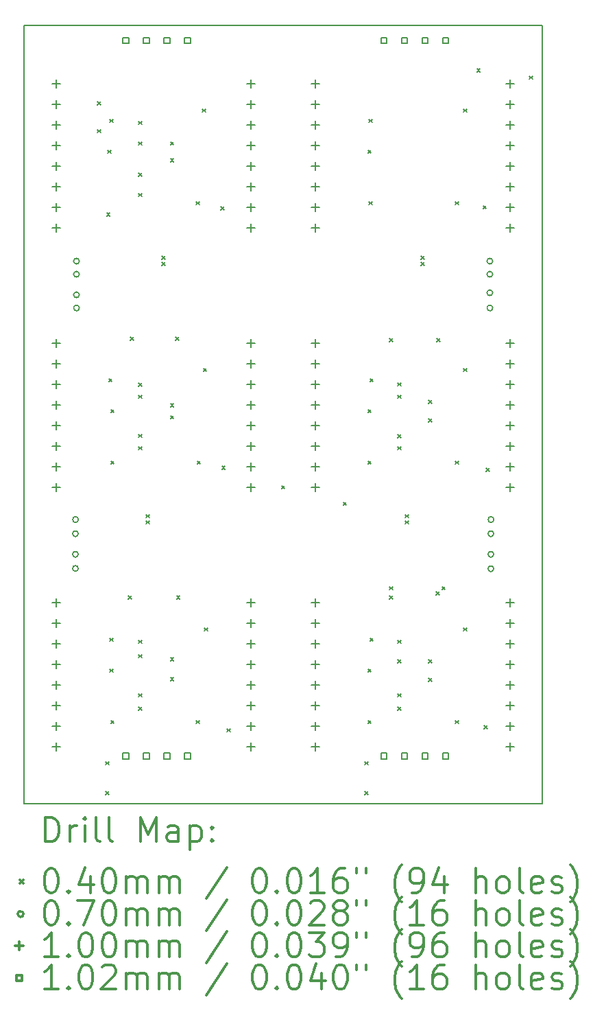
<source format=gbr>
%FSLAX45Y45*%
G04 Gerber Fmt 4.5, Leading zero omitted, Abs format (unit mm)*
G04 Created by KiCad (PCBNEW 4.0.2-1.fc23-product) date pon, 8 sie 2016, 18:37:40*
%MOMM*%
G01*
G04 APERTURE LIST*
%ADD10C,0.127000*%
%ADD11C,0.150000*%
%ADD12C,0.200000*%
%ADD13C,0.300000*%
G04 APERTURE END LIST*
D10*
D11*
X10731500Y-3600450D02*
X10731500Y-13201650D01*
X17132300Y-3600450D02*
X10731500Y-3600450D01*
X17132300Y-13201650D02*
X17132300Y-3600450D01*
X10731500Y-13201650D02*
X17132300Y-13201650D01*
D12*
X11638600Y-4545650D02*
X11678600Y-4585650D01*
X11678600Y-4545650D02*
X11638600Y-4585650D01*
X11638600Y-4888550D02*
X11678600Y-4928550D01*
X11678600Y-4888550D02*
X11638600Y-4928550D01*
X11740200Y-12686350D02*
X11780200Y-12726350D01*
X11780200Y-12686350D02*
X11740200Y-12726350D01*
X11740200Y-13054650D02*
X11780200Y-13094650D01*
X11780200Y-13054650D02*
X11740200Y-13094650D01*
X11752900Y-5917250D02*
X11792900Y-5957250D01*
X11792900Y-5917250D02*
X11752900Y-5957250D01*
X11765600Y-5142550D02*
X11805600Y-5182550D01*
X11805600Y-5142550D02*
X11765600Y-5182550D01*
X11778300Y-7961950D02*
X11818300Y-8001950D01*
X11818300Y-7961950D02*
X11778300Y-8001950D01*
X11791000Y-4761550D02*
X11831000Y-4801550D01*
X11831000Y-4761550D02*
X11791000Y-4801550D01*
X11791000Y-11162350D02*
X11831000Y-11202350D01*
X11831000Y-11162350D02*
X11791000Y-11202350D01*
X11791000Y-11543350D02*
X11831000Y-11583350D01*
X11831000Y-11543350D02*
X11791000Y-11583350D01*
X11803700Y-8342950D02*
X11843700Y-8382950D01*
X11843700Y-8342950D02*
X11803700Y-8382950D01*
X11803700Y-8977950D02*
X11843700Y-9017950D01*
X11843700Y-8977950D02*
X11803700Y-9017950D01*
X11803700Y-12178350D02*
X11843700Y-12218350D01*
X11843700Y-12178350D02*
X11803700Y-12218350D01*
X12019600Y-10639589D02*
X12059600Y-10679589D01*
X12059600Y-10639589D02*
X12019600Y-10679589D01*
X12045000Y-7451889D02*
X12085000Y-7491889D01*
X12085000Y-7451889D02*
X12045000Y-7491889D01*
X12146600Y-4786950D02*
X12186600Y-4826950D01*
X12186600Y-4786950D02*
X12146600Y-4826950D01*
X12146600Y-5040950D02*
X12186600Y-5080950D01*
X12186600Y-5040950D02*
X12146600Y-5080950D01*
X12146600Y-5428300D02*
X12186600Y-5468300D01*
X12186600Y-5428300D02*
X12146600Y-5468300D01*
X12146600Y-5675950D02*
X12186600Y-5715950D01*
X12186600Y-5675950D02*
X12146600Y-5715950D01*
X12146600Y-8013229D02*
X12186600Y-8053229D01*
X12186600Y-8013229D02*
X12146600Y-8053229D01*
X12146600Y-8165150D02*
X12186600Y-8205150D01*
X12186600Y-8165150D02*
X12146600Y-8205150D01*
X12146600Y-8647750D02*
X12186600Y-8687750D01*
X12186600Y-8647750D02*
X12146600Y-8687750D01*
X12146600Y-8800150D02*
X12186600Y-8840150D01*
X12186600Y-8800150D02*
X12146600Y-8840150D01*
X12146600Y-11187750D02*
X12186600Y-11227750D01*
X12186600Y-11187750D02*
X12146600Y-11227750D01*
X12146600Y-11365550D02*
X12186600Y-11405550D01*
X12186600Y-11365550D02*
X12146600Y-11405550D01*
X12146600Y-11848150D02*
X12186600Y-11888150D01*
X12186600Y-11848150D02*
X12146600Y-11888150D01*
X12146600Y-12013250D02*
X12186600Y-12053250D01*
X12186600Y-12013250D02*
X12146600Y-12053250D01*
X12242100Y-9638350D02*
X12282100Y-9678350D01*
X12282100Y-9638350D02*
X12242100Y-9678350D01*
X12242100Y-9714550D02*
X12282100Y-9754550D01*
X12282100Y-9714550D02*
X12242100Y-9754550D01*
X12432100Y-6450650D02*
X12472100Y-6490650D01*
X12472100Y-6450650D02*
X12432100Y-6490650D01*
X12432100Y-6526850D02*
X12472100Y-6566850D01*
X12472100Y-6526850D02*
X12432100Y-6566850D01*
X12540300Y-5040950D02*
X12580300Y-5080950D01*
X12580300Y-5040950D02*
X12540300Y-5080950D01*
X12540300Y-5250500D02*
X12580300Y-5290500D01*
X12580300Y-5250500D02*
X12540300Y-5290500D01*
X12540300Y-8267229D02*
X12580300Y-8307229D01*
X12580300Y-8267229D02*
X12540300Y-8307229D01*
X12540300Y-8418671D02*
X12580300Y-8458671D01*
X12580300Y-8418671D02*
X12540300Y-8458671D01*
X12540300Y-11403650D02*
X12580300Y-11443650D01*
X12580300Y-11403650D02*
X12540300Y-11443650D01*
X12540300Y-11651300D02*
X12580300Y-11691300D01*
X12580300Y-11651300D02*
X12540300Y-11691300D01*
X12605861Y-7451889D02*
X12645861Y-7491889D01*
X12645861Y-7451889D02*
X12605861Y-7491889D01*
X12616500Y-10639589D02*
X12656500Y-10679589D01*
X12656500Y-10639589D02*
X12616500Y-10679589D01*
X12857800Y-5777550D02*
X12897800Y-5817550D01*
X12897800Y-5777550D02*
X12857800Y-5817550D01*
X12857800Y-12178350D02*
X12897800Y-12218350D01*
X12897800Y-12178350D02*
X12857800Y-12218350D01*
X12870500Y-8977950D02*
X12910500Y-9017950D01*
X12910500Y-8977950D02*
X12870500Y-9017950D01*
X12934000Y-4634550D02*
X12974000Y-4674550D01*
X12974000Y-4634550D02*
X12934000Y-4674550D01*
X12946700Y-7834950D02*
X12986700Y-7874950D01*
X12986700Y-7834950D02*
X12946700Y-7874950D01*
X12959400Y-11035350D02*
X12999400Y-11075350D01*
X12999400Y-11035350D02*
X12959400Y-11075350D01*
X13162600Y-5841050D02*
X13202600Y-5881050D01*
X13202600Y-5841050D02*
X13162600Y-5881050D01*
X13175300Y-9041450D02*
X13215300Y-9081450D01*
X13215300Y-9041450D02*
X13175300Y-9081450D01*
X13238800Y-12279950D02*
X13278800Y-12319950D01*
X13278800Y-12279950D02*
X13238800Y-12319950D01*
X13911900Y-9282750D02*
X13951900Y-9322750D01*
X13951900Y-9282750D02*
X13911900Y-9322750D01*
X14673900Y-9485950D02*
X14713900Y-9525950D01*
X14713900Y-9485950D02*
X14673900Y-9525950D01*
X14940600Y-12686350D02*
X14980600Y-12726350D01*
X14980600Y-12686350D02*
X14940600Y-12726350D01*
X14940600Y-13054650D02*
X14980600Y-13094650D01*
X14980600Y-13054650D02*
X14940600Y-13094650D01*
X14978700Y-5142550D02*
X15018700Y-5182550D01*
X15018700Y-5142550D02*
X14978700Y-5182550D01*
X14978700Y-8342950D02*
X15018700Y-8382950D01*
X15018700Y-8342950D02*
X14978700Y-8382950D01*
X14978700Y-8977950D02*
X15018700Y-9017950D01*
X15018700Y-8977950D02*
X14978700Y-9017950D01*
X14978700Y-11543350D02*
X15018700Y-11583350D01*
X15018700Y-11543350D02*
X14978700Y-11583350D01*
X14978700Y-12178350D02*
X15018700Y-12218350D01*
X15018700Y-12178350D02*
X14978700Y-12218350D01*
X14991400Y-4761550D02*
X15031400Y-4801550D01*
X15031400Y-4761550D02*
X14991400Y-4801550D01*
X14991400Y-5777550D02*
X15031400Y-5817550D01*
X15031400Y-5777550D02*
X14991400Y-5817550D01*
X15004100Y-7961950D02*
X15044100Y-8001950D01*
X15044100Y-7961950D02*
X15004100Y-8001950D01*
X15004100Y-11162350D02*
X15044100Y-11202350D01*
X15044100Y-11162350D02*
X15004100Y-11202350D01*
X15245400Y-7466650D02*
X15285400Y-7506650D01*
X15285400Y-7466650D02*
X15245400Y-7506650D01*
X15245400Y-10527350D02*
X15285400Y-10567350D01*
X15285400Y-10527350D02*
X15245400Y-10567350D01*
X15245400Y-10639589D02*
X15285400Y-10679589D01*
X15285400Y-10639589D02*
X15245400Y-10679589D01*
X15347000Y-8012750D02*
X15387000Y-8052750D01*
X15387000Y-8012750D02*
X15347000Y-8052750D01*
X15347000Y-8164671D02*
X15387000Y-8204671D01*
X15387000Y-8164671D02*
X15347000Y-8204671D01*
X15347000Y-8648229D02*
X15387000Y-8688229D01*
X15387000Y-8648229D02*
X15347000Y-8688229D01*
X15347000Y-8799671D02*
X15387000Y-8839671D01*
X15387000Y-8799671D02*
X15347000Y-8839671D01*
X15347000Y-11187211D02*
X15387000Y-11227211D01*
X15387000Y-11187211D02*
X15347000Y-11227211D01*
X15347000Y-11429050D02*
X15387000Y-11469050D01*
X15387000Y-11429050D02*
X15347000Y-11469050D01*
X15347000Y-11848150D02*
X15387000Y-11888150D01*
X15387000Y-11848150D02*
X15347000Y-11888150D01*
X15347000Y-12013250D02*
X15387000Y-12053250D01*
X15387000Y-12013250D02*
X15347000Y-12053250D01*
X15442500Y-9638350D02*
X15482500Y-9678350D01*
X15482500Y-9638350D02*
X15442500Y-9678350D01*
X15442500Y-9714550D02*
X15482500Y-9754550D01*
X15482500Y-9714550D02*
X15442500Y-9754550D01*
X15632500Y-6450650D02*
X15672500Y-6490650D01*
X15672500Y-6450650D02*
X15632500Y-6490650D01*
X15632500Y-6526850D02*
X15672500Y-6566850D01*
X15672500Y-6526850D02*
X15632500Y-6566850D01*
X15728000Y-8228650D02*
X15768000Y-8268650D01*
X15768000Y-8228650D02*
X15728000Y-8268650D01*
X15728000Y-8453689D02*
X15768000Y-8493689D01*
X15768000Y-8453689D02*
X15728000Y-8493689D01*
X15728000Y-11429050D02*
X15768000Y-11469050D01*
X15768000Y-11429050D02*
X15728000Y-11469050D01*
X15728000Y-11654089D02*
X15768000Y-11694089D01*
X15768000Y-11654089D02*
X15728000Y-11694089D01*
X15823250Y-10592911D02*
X15863250Y-10632911D01*
X15863250Y-10592911D02*
X15823250Y-10632911D01*
X15829600Y-7466650D02*
X15869600Y-7506650D01*
X15869600Y-7466650D02*
X15829600Y-7506650D01*
X15893100Y-10527350D02*
X15933100Y-10567350D01*
X15933100Y-10527350D02*
X15893100Y-10567350D01*
X16058200Y-5777550D02*
X16098200Y-5817550D01*
X16098200Y-5777550D02*
X16058200Y-5817550D01*
X16058200Y-8977950D02*
X16098200Y-9017950D01*
X16098200Y-8977950D02*
X16058200Y-9017950D01*
X16058200Y-12178350D02*
X16098200Y-12218350D01*
X16098200Y-12178350D02*
X16058200Y-12218350D01*
X16159800Y-4634550D02*
X16199800Y-4674550D01*
X16199800Y-4634550D02*
X16159800Y-4674550D01*
X16159800Y-7834950D02*
X16199800Y-7874950D01*
X16199800Y-7834950D02*
X16159800Y-7874950D01*
X16159800Y-11035350D02*
X16199800Y-11075350D01*
X16199800Y-11035350D02*
X16159800Y-11075350D01*
X16324900Y-4139250D02*
X16364900Y-4179250D01*
X16364900Y-4139250D02*
X16324900Y-4179250D01*
X16401100Y-5828350D02*
X16441100Y-5868350D01*
X16441100Y-5828350D02*
X16401100Y-5868350D01*
X16413800Y-12241850D02*
X16453800Y-12281850D01*
X16453800Y-12241850D02*
X16413800Y-12281850D01*
X16439200Y-9066850D02*
X16479200Y-9106850D01*
X16479200Y-9066850D02*
X16439200Y-9106850D01*
X16972600Y-4228150D02*
X17012600Y-4268150D01*
X17012600Y-4228150D02*
X16972600Y-4268150D01*
X11401500Y-9699650D02*
G75*
G03X11401500Y-9699650I-35000J0D01*
G01*
X11401500Y-9874250D02*
G75*
G03X11401500Y-9874250I-35000J0D01*
G01*
X11401500Y-10128250D02*
G75*
G03X11401500Y-10128250I-35000J0D01*
G01*
X11401500Y-10302850D02*
G75*
G03X11401500Y-10302850I-35000J0D01*
G01*
X11414200Y-6511950D02*
G75*
G03X11414200Y-6511950I-35000J0D01*
G01*
X11414200Y-6673850D02*
G75*
G03X11414200Y-6673850I-35000J0D01*
G01*
X11414200Y-6927850D02*
G75*
G03X11414200Y-6927850I-35000J0D01*
G01*
X11414200Y-7089750D02*
G75*
G03X11414200Y-7089750I-35000J0D01*
G01*
X16519600Y-6511950D02*
G75*
G03X16519600Y-6511950I-35000J0D01*
G01*
X16519600Y-6673850D02*
G75*
G03X16519600Y-6673850I-35000J0D01*
G01*
X16519600Y-6902450D02*
G75*
G03X16519600Y-6902450I-35000J0D01*
G01*
X16519600Y-7089750D02*
G75*
G03X16519600Y-7089750I-35000J0D01*
G01*
X16532300Y-9699650D02*
G75*
G03X16532300Y-9699650I-35000J0D01*
G01*
X16532300Y-9874250D02*
G75*
G03X16532300Y-9874250I-35000J0D01*
G01*
X16532300Y-10128250D02*
G75*
G03X16532300Y-10128250I-35000J0D01*
G01*
X16532300Y-10306050D02*
G75*
G03X16532300Y-10306050I-35000J0D01*
G01*
X11131900Y-4272850D02*
X11131900Y-4372850D01*
X11081900Y-4322850D02*
X11181900Y-4322850D01*
X11131900Y-4526850D02*
X11131900Y-4626850D01*
X11081900Y-4576850D02*
X11181900Y-4576850D01*
X11131900Y-4780850D02*
X11131900Y-4880850D01*
X11081900Y-4830850D02*
X11181900Y-4830850D01*
X11131900Y-5034850D02*
X11131900Y-5134850D01*
X11081900Y-5084850D02*
X11181900Y-5084850D01*
X11131900Y-5288850D02*
X11131900Y-5388850D01*
X11081900Y-5338850D02*
X11181900Y-5338850D01*
X11131900Y-5542850D02*
X11131900Y-5642850D01*
X11081900Y-5592850D02*
X11181900Y-5592850D01*
X11131900Y-5796850D02*
X11131900Y-5896850D01*
X11081900Y-5846850D02*
X11181900Y-5846850D01*
X11131900Y-6050850D02*
X11131900Y-6150850D01*
X11081900Y-6100850D02*
X11181900Y-6100850D01*
X11131900Y-7473250D02*
X11131900Y-7573250D01*
X11081900Y-7523250D02*
X11181900Y-7523250D01*
X11131900Y-7727250D02*
X11131900Y-7827250D01*
X11081900Y-7777250D02*
X11181900Y-7777250D01*
X11131900Y-7981250D02*
X11131900Y-8081250D01*
X11081900Y-8031250D02*
X11181900Y-8031250D01*
X11131900Y-8235250D02*
X11131900Y-8335250D01*
X11081900Y-8285250D02*
X11181900Y-8285250D01*
X11131900Y-8489250D02*
X11131900Y-8589250D01*
X11081900Y-8539250D02*
X11181900Y-8539250D01*
X11131900Y-8743250D02*
X11131900Y-8843250D01*
X11081900Y-8793250D02*
X11181900Y-8793250D01*
X11131900Y-8997250D02*
X11131900Y-9097250D01*
X11081900Y-9047250D02*
X11181900Y-9047250D01*
X11131900Y-9251250D02*
X11131900Y-9351250D01*
X11081900Y-9301250D02*
X11181900Y-9301250D01*
X11131900Y-10673650D02*
X11131900Y-10773650D01*
X11081900Y-10723650D02*
X11181900Y-10723650D01*
X11131900Y-10927650D02*
X11131900Y-11027650D01*
X11081900Y-10977650D02*
X11181900Y-10977650D01*
X11131900Y-11181650D02*
X11131900Y-11281650D01*
X11081900Y-11231650D02*
X11181900Y-11231650D01*
X11131900Y-11435650D02*
X11131900Y-11535650D01*
X11081900Y-11485650D02*
X11181900Y-11485650D01*
X11131900Y-11689650D02*
X11131900Y-11789650D01*
X11081900Y-11739650D02*
X11181900Y-11739650D01*
X11131900Y-11943650D02*
X11131900Y-12043650D01*
X11081900Y-11993650D02*
X11181900Y-11993650D01*
X11131900Y-12197650D02*
X11131900Y-12297650D01*
X11081900Y-12247650D02*
X11181900Y-12247650D01*
X11131900Y-12451650D02*
X11131900Y-12551650D01*
X11081900Y-12501650D02*
X11181900Y-12501650D01*
X13531900Y-4272850D02*
X13531900Y-4372850D01*
X13481900Y-4322850D02*
X13581900Y-4322850D01*
X13531900Y-4526850D02*
X13531900Y-4626850D01*
X13481900Y-4576850D02*
X13581900Y-4576850D01*
X13531900Y-4780850D02*
X13531900Y-4880850D01*
X13481900Y-4830850D02*
X13581900Y-4830850D01*
X13531900Y-5034850D02*
X13531900Y-5134850D01*
X13481900Y-5084850D02*
X13581900Y-5084850D01*
X13531900Y-5288850D02*
X13531900Y-5388850D01*
X13481900Y-5338850D02*
X13581900Y-5338850D01*
X13531900Y-5542850D02*
X13531900Y-5642850D01*
X13481900Y-5592850D02*
X13581900Y-5592850D01*
X13531900Y-5796850D02*
X13531900Y-5896850D01*
X13481900Y-5846850D02*
X13581900Y-5846850D01*
X13531900Y-6050850D02*
X13531900Y-6150850D01*
X13481900Y-6100850D02*
X13581900Y-6100850D01*
X13531900Y-7473250D02*
X13531900Y-7573250D01*
X13481900Y-7523250D02*
X13581900Y-7523250D01*
X13531900Y-7727250D02*
X13531900Y-7827250D01*
X13481900Y-7777250D02*
X13581900Y-7777250D01*
X13531900Y-7981250D02*
X13531900Y-8081250D01*
X13481900Y-8031250D02*
X13581900Y-8031250D01*
X13531900Y-8235250D02*
X13531900Y-8335250D01*
X13481900Y-8285250D02*
X13581900Y-8285250D01*
X13531900Y-8489250D02*
X13531900Y-8589250D01*
X13481900Y-8539250D02*
X13581900Y-8539250D01*
X13531900Y-8743250D02*
X13531900Y-8843250D01*
X13481900Y-8793250D02*
X13581900Y-8793250D01*
X13531900Y-8997250D02*
X13531900Y-9097250D01*
X13481900Y-9047250D02*
X13581900Y-9047250D01*
X13531900Y-9251250D02*
X13531900Y-9351250D01*
X13481900Y-9301250D02*
X13581900Y-9301250D01*
X13531900Y-10673650D02*
X13531900Y-10773650D01*
X13481900Y-10723650D02*
X13581900Y-10723650D01*
X13531900Y-10927650D02*
X13531900Y-11027650D01*
X13481900Y-10977650D02*
X13581900Y-10977650D01*
X13531900Y-11181650D02*
X13531900Y-11281650D01*
X13481900Y-11231650D02*
X13581900Y-11231650D01*
X13531900Y-11435650D02*
X13531900Y-11535650D01*
X13481900Y-11485650D02*
X13581900Y-11485650D01*
X13531900Y-11689650D02*
X13531900Y-11789650D01*
X13481900Y-11739650D02*
X13581900Y-11739650D01*
X13531900Y-11943650D02*
X13531900Y-12043650D01*
X13481900Y-11993650D02*
X13581900Y-11993650D01*
X13531900Y-12197650D02*
X13531900Y-12297650D01*
X13481900Y-12247650D02*
X13581900Y-12247650D01*
X13531900Y-12451650D02*
X13531900Y-12551650D01*
X13481900Y-12501650D02*
X13581900Y-12501650D01*
X14332300Y-4272850D02*
X14332300Y-4372850D01*
X14282300Y-4322850D02*
X14382300Y-4322850D01*
X14332300Y-4526850D02*
X14332300Y-4626850D01*
X14282300Y-4576850D02*
X14382300Y-4576850D01*
X14332300Y-4780850D02*
X14332300Y-4880850D01*
X14282300Y-4830850D02*
X14382300Y-4830850D01*
X14332300Y-5034850D02*
X14332300Y-5134850D01*
X14282300Y-5084850D02*
X14382300Y-5084850D01*
X14332300Y-5288850D02*
X14332300Y-5388850D01*
X14282300Y-5338850D02*
X14382300Y-5338850D01*
X14332300Y-5542850D02*
X14332300Y-5642850D01*
X14282300Y-5592850D02*
X14382300Y-5592850D01*
X14332300Y-5796850D02*
X14332300Y-5896850D01*
X14282300Y-5846850D02*
X14382300Y-5846850D01*
X14332300Y-6050850D02*
X14332300Y-6150850D01*
X14282300Y-6100850D02*
X14382300Y-6100850D01*
X14332300Y-7473250D02*
X14332300Y-7573250D01*
X14282300Y-7523250D02*
X14382300Y-7523250D01*
X14332300Y-7727250D02*
X14332300Y-7827250D01*
X14282300Y-7777250D02*
X14382300Y-7777250D01*
X14332300Y-7981250D02*
X14332300Y-8081250D01*
X14282300Y-8031250D02*
X14382300Y-8031250D01*
X14332300Y-8235250D02*
X14332300Y-8335250D01*
X14282300Y-8285250D02*
X14382300Y-8285250D01*
X14332300Y-8489250D02*
X14332300Y-8589250D01*
X14282300Y-8539250D02*
X14382300Y-8539250D01*
X14332300Y-8743250D02*
X14332300Y-8843250D01*
X14282300Y-8793250D02*
X14382300Y-8793250D01*
X14332300Y-8997250D02*
X14332300Y-9097250D01*
X14282300Y-9047250D02*
X14382300Y-9047250D01*
X14332300Y-9251250D02*
X14332300Y-9351250D01*
X14282300Y-9301250D02*
X14382300Y-9301250D01*
X14332300Y-10673650D02*
X14332300Y-10773650D01*
X14282300Y-10723650D02*
X14382300Y-10723650D01*
X14332300Y-10927650D02*
X14332300Y-11027650D01*
X14282300Y-10977650D02*
X14382300Y-10977650D01*
X14332300Y-11181650D02*
X14332300Y-11281650D01*
X14282300Y-11231650D02*
X14382300Y-11231650D01*
X14332300Y-11435650D02*
X14332300Y-11535650D01*
X14282300Y-11485650D02*
X14382300Y-11485650D01*
X14332300Y-11689650D02*
X14332300Y-11789650D01*
X14282300Y-11739650D02*
X14382300Y-11739650D01*
X14332300Y-11943650D02*
X14332300Y-12043650D01*
X14282300Y-11993650D02*
X14382300Y-11993650D01*
X14332300Y-12197650D02*
X14332300Y-12297650D01*
X14282300Y-12247650D02*
X14382300Y-12247650D01*
X14332300Y-12451650D02*
X14332300Y-12551650D01*
X14282300Y-12501650D02*
X14382300Y-12501650D01*
X16732300Y-4272850D02*
X16732300Y-4372850D01*
X16682300Y-4322850D02*
X16782300Y-4322850D01*
X16732300Y-4526850D02*
X16732300Y-4626850D01*
X16682300Y-4576850D02*
X16782300Y-4576850D01*
X16732300Y-4780850D02*
X16732300Y-4880850D01*
X16682300Y-4830850D02*
X16782300Y-4830850D01*
X16732300Y-5034850D02*
X16732300Y-5134850D01*
X16682300Y-5084850D02*
X16782300Y-5084850D01*
X16732300Y-5288850D02*
X16732300Y-5388850D01*
X16682300Y-5338850D02*
X16782300Y-5338850D01*
X16732300Y-5542850D02*
X16732300Y-5642850D01*
X16682300Y-5592850D02*
X16782300Y-5592850D01*
X16732300Y-5796850D02*
X16732300Y-5896850D01*
X16682300Y-5846850D02*
X16782300Y-5846850D01*
X16732300Y-6050850D02*
X16732300Y-6150850D01*
X16682300Y-6100850D02*
X16782300Y-6100850D01*
X16732300Y-7473250D02*
X16732300Y-7573250D01*
X16682300Y-7523250D02*
X16782300Y-7523250D01*
X16732300Y-7727250D02*
X16732300Y-7827250D01*
X16682300Y-7777250D02*
X16782300Y-7777250D01*
X16732300Y-7981250D02*
X16732300Y-8081250D01*
X16682300Y-8031250D02*
X16782300Y-8031250D01*
X16732300Y-8235250D02*
X16732300Y-8335250D01*
X16682300Y-8285250D02*
X16782300Y-8285250D01*
X16732300Y-8489250D02*
X16732300Y-8589250D01*
X16682300Y-8539250D02*
X16782300Y-8539250D01*
X16732300Y-8743250D02*
X16732300Y-8843250D01*
X16682300Y-8793250D02*
X16782300Y-8793250D01*
X16732300Y-8997250D02*
X16732300Y-9097250D01*
X16682300Y-9047250D02*
X16782300Y-9047250D01*
X16732300Y-9251250D02*
X16732300Y-9351250D01*
X16682300Y-9301250D02*
X16782300Y-9301250D01*
X16732300Y-10673650D02*
X16732300Y-10773650D01*
X16682300Y-10723650D02*
X16782300Y-10723650D01*
X16732300Y-10927650D02*
X16732300Y-11027650D01*
X16682300Y-10977650D02*
X16782300Y-10977650D01*
X16732300Y-11181650D02*
X16732300Y-11281650D01*
X16682300Y-11231650D02*
X16782300Y-11231650D01*
X16732300Y-11435650D02*
X16732300Y-11535650D01*
X16682300Y-11485650D02*
X16782300Y-11485650D01*
X16732300Y-11689650D02*
X16732300Y-11789650D01*
X16682300Y-11739650D02*
X16782300Y-11739650D01*
X16732300Y-11943650D02*
X16732300Y-12043650D01*
X16682300Y-11993650D02*
X16782300Y-11993650D01*
X16732300Y-12197650D02*
X16732300Y-12297650D01*
X16682300Y-12247650D02*
X16782300Y-12247650D01*
X16732300Y-12451650D02*
X16732300Y-12551650D01*
X16682300Y-12501650D02*
X16782300Y-12501650D01*
X12024721Y-3826871D02*
X12024721Y-3755029D01*
X11952879Y-3755029D01*
X11952879Y-3826871D01*
X12024721Y-3826871D01*
X12024721Y-12653371D02*
X12024721Y-12581529D01*
X11952879Y-12581529D01*
X11952879Y-12653371D01*
X12024721Y-12653371D01*
X12278721Y-3826871D02*
X12278721Y-3755029D01*
X12206879Y-3755029D01*
X12206879Y-3826871D01*
X12278721Y-3826871D01*
X12278721Y-12653371D02*
X12278721Y-12581529D01*
X12206879Y-12581529D01*
X12206879Y-12653371D01*
X12278721Y-12653371D01*
X12532721Y-3826871D02*
X12532721Y-3755029D01*
X12460879Y-3755029D01*
X12460879Y-3826871D01*
X12532721Y-3826871D01*
X12532721Y-12653371D02*
X12532721Y-12581529D01*
X12460879Y-12581529D01*
X12460879Y-12653371D01*
X12532721Y-12653371D01*
X12786721Y-3826871D02*
X12786721Y-3755029D01*
X12714879Y-3755029D01*
X12714879Y-3826871D01*
X12786721Y-3826871D01*
X12786721Y-12653371D02*
X12786721Y-12581529D01*
X12714879Y-12581529D01*
X12714879Y-12653371D01*
X12786721Y-12653371D01*
X15212421Y-3826871D02*
X15212421Y-3755029D01*
X15140579Y-3755029D01*
X15140579Y-3826871D01*
X15212421Y-3826871D01*
X15212421Y-12653371D02*
X15212421Y-12581529D01*
X15140579Y-12581529D01*
X15140579Y-12653371D01*
X15212421Y-12653371D01*
X15466421Y-3826871D02*
X15466421Y-3755029D01*
X15394579Y-3755029D01*
X15394579Y-3826871D01*
X15466421Y-3826871D01*
X15466421Y-12653371D02*
X15466421Y-12581529D01*
X15394579Y-12581529D01*
X15394579Y-12653371D01*
X15466421Y-12653371D01*
X15720421Y-3826871D02*
X15720421Y-3755029D01*
X15648579Y-3755029D01*
X15648579Y-3826871D01*
X15720421Y-3826871D01*
X15720421Y-12653371D02*
X15720421Y-12581529D01*
X15648579Y-12581529D01*
X15648579Y-12653371D01*
X15720421Y-12653371D01*
X15974421Y-3826871D02*
X15974421Y-3755029D01*
X15902579Y-3755029D01*
X15902579Y-3826871D01*
X15974421Y-3826871D01*
X15974421Y-12653371D02*
X15974421Y-12581529D01*
X15902579Y-12581529D01*
X15902579Y-12653371D01*
X15974421Y-12653371D01*
D13*
X10995429Y-13674864D02*
X10995429Y-13374864D01*
X11066857Y-13374864D01*
X11109714Y-13389150D01*
X11138286Y-13417721D01*
X11152571Y-13446293D01*
X11166857Y-13503436D01*
X11166857Y-13546293D01*
X11152571Y-13603436D01*
X11138286Y-13632007D01*
X11109714Y-13660579D01*
X11066857Y-13674864D01*
X10995429Y-13674864D01*
X11295428Y-13674864D02*
X11295428Y-13474864D01*
X11295428Y-13532007D02*
X11309714Y-13503436D01*
X11324000Y-13489150D01*
X11352571Y-13474864D01*
X11381143Y-13474864D01*
X11481143Y-13674864D02*
X11481143Y-13474864D01*
X11481143Y-13374864D02*
X11466857Y-13389150D01*
X11481143Y-13403436D01*
X11495428Y-13389150D01*
X11481143Y-13374864D01*
X11481143Y-13403436D01*
X11666857Y-13674864D02*
X11638286Y-13660579D01*
X11624000Y-13632007D01*
X11624000Y-13374864D01*
X11824000Y-13674864D02*
X11795428Y-13660579D01*
X11781143Y-13632007D01*
X11781143Y-13374864D01*
X12166857Y-13674864D02*
X12166857Y-13374864D01*
X12266857Y-13589150D01*
X12366857Y-13374864D01*
X12366857Y-13674864D01*
X12638286Y-13674864D02*
X12638286Y-13517721D01*
X12624000Y-13489150D01*
X12595428Y-13474864D01*
X12538286Y-13474864D01*
X12509714Y-13489150D01*
X12638286Y-13660579D02*
X12609714Y-13674864D01*
X12538286Y-13674864D01*
X12509714Y-13660579D01*
X12495428Y-13632007D01*
X12495428Y-13603436D01*
X12509714Y-13574864D01*
X12538286Y-13560579D01*
X12609714Y-13560579D01*
X12638286Y-13546293D01*
X12781143Y-13474864D02*
X12781143Y-13774864D01*
X12781143Y-13489150D02*
X12809714Y-13474864D01*
X12866857Y-13474864D01*
X12895428Y-13489150D01*
X12909714Y-13503436D01*
X12924000Y-13532007D01*
X12924000Y-13617721D01*
X12909714Y-13646293D01*
X12895428Y-13660579D01*
X12866857Y-13674864D01*
X12809714Y-13674864D01*
X12781143Y-13660579D01*
X13052571Y-13646293D02*
X13066857Y-13660579D01*
X13052571Y-13674864D01*
X13038286Y-13660579D01*
X13052571Y-13646293D01*
X13052571Y-13674864D01*
X13052571Y-13489150D02*
X13066857Y-13503436D01*
X13052571Y-13517721D01*
X13038286Y-13503436D01*
X13052571Y-13489150D01*
X13052571Y-13517721D01*
X10684000Y-14149150D02*
X10724000Y-14189150D01*
X10724000Y-14149150D02*
X10684000Y-14189150D01*
X11052571Y-14004864D02*
X11081143Y-14004864D01*
X11109714Y-14019150D01*
X11124000Y-14033436D01*
X11138286Y-14062007D01*
X11152571Y-14119150D01*
X11152571Y-14190579D01*
X11138286Y-14247721D01*
X11124000Y-14276293D01*
X11109714Y-14290579D01*
X11081143Y-14304864D01*
X11052571Y-14304864D01*
X11024000Y-14290579D01*
X11009714Y-14276293D01*
X10995429Y-14247721D01*
X10981143Y-14190579D01*
X10981143Y-14119150D01*
X10995429Y-14062007D01*
X11009714Y-14033436D01*
X11024000Y-14019150D01*
X11052571Y-14004864D01*
X11281143Y-14276293D02*
X11295428Y-14290579D01*
X11281143Y-14304864D01*
X11266857Y-14290579D01*
X11281143Y-14276293D01*
X11281143Y-14304864D01*
X11552571Y-14104864D02*
X11552571Y-14304864D01*
X11481143Y-13990579D02*
X11409714Y-14204864D01*
X11595428Y-14204864D01*
X11766857Y-14004864D02*
X11795428Y-14004864D01*
X11824000Y-14019150D01*
X11838286Y-14033436D01*
X11852571Y-14062007D01*
X11866857Y-14119150D01*
X11866857Y-14190579D01*
X11852571Y-14247721D01*
X11838286Y-14276293D01*
X11824000Y-14290579D01*
X11795428Y-14304864D01*
X11766857Y-14304864D01*
X11738286Y-14290579D01*
X11724000Y-14276293D01*
X11709714Y-14247721D01*
X11695428Y-14190579D01*
X11695428Y-14119150D01*
X11709714Y-14062007D01*
X11724000Y-14033436D01*
X11738286Y-14019150D01*
X11766857Y-14004864D01*
X11995428Y-14304864D02*
X11995428Y-14104864D01*
X11995428Y-14133436D02*
X12009714Y-14119150D01*
X12038286Y-14104864D01*
X12081143Y-14104864D01*
X12109714Y-14119150D01*
X12124000Y-14147721D01*
X12124000Y-14304864D01*
X12124000Y-14147721D02*
X12138286Y-14119150D01*
X12166857Y-14104864D01*
X12209714Y-14104864D01*
X12238286Y-14119150D01*
X12252571Y-14147721D01*
X12252571Y-14304864D01*
X12395428Y-14304864D02*
X12395428Y-14104864D01*
X12395428Y-14133436D02*
X12409714Y-14119150D01*
X12438286Y-14104864D01*
X12481143Y-14104864D01*
X12509714Y-14119150D01*
X12524000Y-14147721D01*
X12524000Y-14304864D01*
X12524000Y-14147721D02*
X12538286Y-14119150D01*
X12566857Y-14104864D01*
X12609714Y-14104864D01*
X12638286Y-14119150D01*
X12652571Y-14147721D01*
X12652571Y-14304864D01*
X13238286Y-13990579D02*
X12981143Y-14376293D01*
X13624000Y-14004864D02*
X13652571Y-14004864D01*
X13681143Y-14019150D01*
X13695428Y-14033436D01*
X13709714Y-14062007D01*
X13724000Y-14119150D01*
X13724000Y-14190579D01*
X13709714Y-14247721D01*
X13695428Y-14276293D01*
X13681143Y-14290579D01*
X13652571Y-14304864D01*
X13624000Y-14304864D01*
X13595428Y-14290579D01*
X13581143Y-14276293D01*
X13566857Y-14247721D01*
X13552571Y-14190579D01*
X13552571Y-14119150D01*
X13566857Y-14062007D01*
X13581143Y-14033436D01*
X13595428Y-14019150D01*
X13624000Y-14004864D01*
X13852571Y-14276293D02*
X13866857Y-14290579D01*
X13852571Y-14304864D01*
X13838286Y-14290579D01*
X13852571Y-14276293D01*
X13852571Y-14304864D01*
X14052571Y-14004864D02*
X14081143Y-14004864D01*
X14109714Y-14019150D01*
X14124000Y-14033436D01*
X14138285Y-14062007D01*
X14152571Y-14119150D01*
X14152571Y-14190579D01*
X14138285Y-14247721D01*
X14124000Y-14276293D01*
X14109714Y-14290579D01*
X14081143Y-14304864D01*
X14052571Y-14304864D01*
X14024000Y-14290579D01*
X14009714Y-14276293D01*
X13995428Y-14247721D01*
X13981143Y-14190579D01*
X13981143Y-14119150D01*
X13995428Y-14062007D01*
X14009714Y-14033436D01*
X14024000Y-14019150D01*
X14052571Y-14004864D01*
X14438285Y-14304864D02*
X14266857Y-14304864D01*
X14352571Y-14304864D02*
X14352571Y-14004864D01*
X14324000Y-14047721D01*
X14295428Y-14076293D01*
X14266857Y-14090579D01*
X14695428Y-14004864D02*
X14638285Y-14004864D01*
X14609714Y-14019150D01*
X14595428Y-14033436D01*
X14566857Y-14076293D01*
X14552571Y-14133436D01*
X14552571Y-14247721D01*
X14566857Y-14276293D01*
X14581143Y-14290579D01*
X14609714Y-14304864D01*
X14666857Y-14304864D01*
X14695428Y-14290579D01*
X14709714Y-14276293D01*
X14724000Y-14247721D01*
X14724000Y-14176293D01*
X14709714Y-14147721D01*
X14695428Y-14133436D01*
X14666857Y-14119150D01*
X14609714Y-14119150D01*
X14581143Y-14133436D01*
X14566857Y-14147721D01*
X14552571Y-14176293D01*
X14838286Y-14004864D02*
X14838286Y-14062007D01*
X14952571Y-14004864D02*
X14952571Y-14062007D01*
X15395428Y-14419150D02*
X15381143Y-14404864D01*
X15352571Y-14362007D01*
X15338285Y-14333436D01*
X15324000Y-14290579D01*
X15309714Y-14219150D01*
X15309714Y-14162007D01*
X15324000Y-14090579D01*
X15338285Y-14047721D01*
X15352571Y-14019150D01*
X15381143Y-13976293D01*
X15395428Y-13962007D01*
X15524000Y-14304864D02*
X15581143Y-14304864D01*
X15609714Y-14290579D01*
X15624000Y-14276293D01*
X15652571Y-14233436D01*
X15666857Y-14176293D01*
X15666857Y-14062007D01*
X15652571Y-14033436D01*
X15638285Y-14019150D01*
X15609714Y-14004864D01*
X15552571Y-14004864D01*
X15524000Y-14019150D01*
X15509714Y-14033436D01*
X15495428Y-14062007D01*
X15495428Y-14133436D01*
X15509714Y-14162007D01*
X15524000Y-14176293D01*
X15552571Y-14190579D01*
X15609714Y-14190579D01*
X15638285Y-14176293D01*
X15652571Y-14162007D01*
X15666857Y-14133436D01*
X15924000Y-14104864D02*
X15924000Y-14304864D01*
X15852571Y-13990579D02*
X15781143Y-14204864D01*
X15966857Y-14204864D01*
X16309714Y-14304864D02*
X16309714Y-14004864D01*
X16438285Y-14304864D02*
X16438285Y-14147721D01*
X16424000Y-14119150D01*
X16395428Y-14104864D01*
X16352571Y-14104864D01*
X16324000Y-14119150D01*
X16309714Y-14133436D01*
X16624000Y-14304864D02*
X16595428Y-14290579D01*
X16581143Y-14276293D01*
X16566857Y-14247721D01*
X16566857Y-14162007D01*
X16581143Y-14133436D01*
X16595428Y-14119150D01*
X16624000Y-14104864D01*
X16666857Y-14104864D01*
X16695428Y-14119150D01*
X16709714Y-14133436D01*
X16724000Y-14162007D01*
X16724000Y-14247721D01*
X16709714Y-14276293D01*
X16695428Y-14290579D01*
X16666857Y-14304864D01*
X16624000Y-14304864D01*
X16895428Y-14304864D02*
X16866857Y-14290579D01*
X16852571Y-14262007D01*
X16852571Y-14004864D01*
X17124000Y-14290579D02*
X17095429Y-14304864D01*
X17038286Y-14304864D01*
X17009714Y-14290579D01*
X16995429Y-14262007D01*
X16995429Y-14147721D01*
X17009714Y-14119150D01*
X17038286Y-14104864D01*
X17095429Y-14104864D01*
X17124000Y-14119150D01*
X17138286Y-14147721D01*
X17138286Y-14176293D01*
X16995429Y-14204864D01*
X17252571Y-14290579D02*
X17281143Y-14304864D01*
X17338286Y-14304864D01*
X17366857Y-14290579D01*
X17381143Y-14262007D01*
X17381143Y-14247721D01*
X17366857Y-14219150D01*
X17338286Y-14204864D01*
X17295429Y-14204864D01*
X17266857Y-14190579D01*
X17252571Y-14162007D01*
X17252571Y-14147721D01*
X17266857Y-14119150D01*
X17295429Y-14104864D01*
X17338286Y-14104864D01*
X17366857Y-14119150D01*
X17481143Y-14419150D02*
X17495429Y-14404864D01*
X17524000Y-14362007D01*
X17538286Y-14333436D01*
X17552571Y-14290579D01*
X17566857Y-14219150D01*
X17566857Y-14162007D01*
X17552571Y-14090579D01*
X17538286Y-14047721D01*
X17524000Y-14019150D01*
X17495429Y-13976293D01*
X17481143Y-13962007D01*
X10724000Y-14565150D02*
G75*
G03X10724000Y-14565150I-35000J0D01*
G01*
X11052571Y-14400864D02*
X11081143Y-14400864D01*
X11109714Y-14415150D01*
X11124000Y-14429436D01*
X11138286Y-14458007D01*
X11152571Y-14515150D01*
X11152571Y-14586579D01*
X11138286Y-14643721D01*
X11124000Y-14672293D01*
X11109714Y-14686579D01*
X11081143Y-14700864D01*
X11052571Y-14700864D01*
X11024000Y-14686579D01*
X11009714Y-14672293D01*
X10995429Y-14643721D01*
X10981143Y-14586579D01*
X10981143Y-14515150D01*
X10995429Y-14458007D01*
X11009714Y-14429436D01*
X11024000Y-14415150D01*
X11052571Y-14400864D01*
X11281143Y-14672293D02*
X11295428Y-14686579D01*
X11281143Y-14700864D01*
X11266857Y-14686579D01*
X11281143Y-14672293D01*
X11281143Y-14700864D01*
X11395428Y-14400864D02*
X11595428Y-14400864D01*
X11466857Y-14700864D01*
X11766857Y-14400864D02*
X11795428Y-14400864D01*
X11824000Y-14415150D01*
X11838286Y-14429436D01*
X11852571Y-14458007D01*
X11866857Y-14515150D01*
X11866857Y-14586579D01*
X11852571Y-14643721D01*
X11838286Y-14672293D01*
X11824000Y-14686579D01*
X11795428Y-14700864D01*
X11766857Y-14700864D01*
X11738286Y-14686579D01*
X11724000Y-14672293D01*
X11709714Y-14643721D01*
X11695428Y-14586579D01*
X11695428Y-14515150D01*
X11709714Y-14458007D01*
X11724000Y-14429436D01*
X11738286Y-14415150D01*
X11766857Y-14400864D01*
X11995428Y-14700864D02*
X11995428Y-14500864D01*
X11995428Y-14529436D02*
X12009714Y-14515150D01*
X12038286Y-14500864D01*
X12081143Y-14500864D01*
X12109714Y-14515150D01*
X12124000Y-14543721D01*
X12124000Y-14700864D01*
X12124000Y-14543721D02*
X12138286Y-14515150D01*
X12166857Y-14500864D01*
X12209714Y-14500864D01*
X12238286Y-14515150D01*
X12252571Y-14543721D01*
X12252571Y-14700864D01*
X12395428Y-14700864D02*
X12395428Y-14500864D01*
X12395428Y-14529436D02*
X12409714Y-14515150D01*
X12438286Y-14500864D01*
X12481143Y-14500864D01*
X12509714Y-14515150D01*
X12524000Y-14543721D01*
X12524000Y-14700864D01*
X12524000Y-14543721D02*
X12538286Y-14515150D01*
X12566857Y-14500864D01*
X12609714Y-14500864D01*
X12638286Y-14515150D01*
X12652571Y-14543721D01*
X12652571Y-14700864D01*
X13238286Y-14386579D02*
X12981143Y-14772293D01*
X13624000Y-14400864D02*
X13652571Y-14400864D01*
X13681143Y-14415150D01*
X13695428Y-14429436D01*
X13709714Y-14458007D01*
X13724000Y-14515150D01*
X13724000Y-14586579D01*
X13709714Y-14643721D01*
X13695428Y-14672293D01*
X13681143Y-14686579D01*
X13652571Y-14700864D01*
X13624000Y-14700864D01*
X13595428Y-14686579D01*
X13581143Y-14672293D01*
X13566857Y-14643721D01*
X13552571Y-14586579D01*
X13552571Y-14515150D01*
X13566857Y-14458007D01*
X13581143Y-14429436D01*
X13595428Y-14415150D01*
X13624000Y-14400864D01*
X13852571Y-14672293D02*
X13866857Y-14686579D01*
X13852571Y-14700864D01*
X13838286Y-14686579D01*
X13852571Y-14672293D01*
X13852571Y-14700864D01*
X14052571Y-14400864D02*
X14081143Y-14400864D01*
X14109714Y-14415150D01*
X14124000Y-14429436D01*
X14138285Y-14458007D01*
X14152571Y-14515150D01*
X14152571Y-14586579D01*
X14138285Y-14643721D01*
X14124000Y-14672293D01*
X14109714Y-14686579D01*
X14081143Y-14700864D01*
X14052571Y-14700864D01*
X14024000Y-14686579D01*
X14009714Y-14672293D01*
X13995428Y-14643721D01*
X13981143Y-14586579D01*
X13981143Y-14515150D01*
X13995428Y-14458007D01*
X14009714Y-14429436D01*
X14024000Y-14415150D01*
X14052571Y-14400864D01*
X14266857Y-14429436D02*
X14281143Y-14415150D01*
X14309714Y-14400864D01*
X14381143Y-14400864D01*
X14409714Y-14415150D01*
X14424000Y-14429436D01*
X14438285Y-14458007D01*
X14438285Y-14486579D01*
X14424000Y-14529436D01*
X14252571Y-14700864D01*
X14438285Y-14700864D01*
X14609714Y-14529436D02*
X14581143Y-14515150D01*
X14566857Y-14500864D01*
X14552571Y-14472293D01*
X14552571Y-14458007D01*
X14566857Y-14429436D01*
X14581143Y-14415150D01*
X14609714Y-14400864D01*
X14666857Y-14400864D01*
X14695428Y-14415150D01*
X14709714Y-14429436D01*
X14724000Y-14458007D01*
X14724000Y-14472293D01*
X14709714Y-14500864D01*
X14695428Y-14515150D01*
X14666857Y-14529436D01*
X14609714Y-14529436D01*
X14581143Y-14543721D01*
X14566857Y-14558007D01*
X14552571Y-14586579D01*
X14552571Y-14643721D01*
X14566857Y-14672293D01*
X14581143Y-14686579D01*
X14609714Y-14700864D01*
X14666857Y-14700864D01*
X14695428Y-14686579D01*
X14709714Y-14672293D01*
X14724000Y-14643721D01*
X14724000Y-14586579D01*
X14709714Y-14558007D01*
X14695428Y-14543721D01*
X14666857Y-14529436D01*
X14838286Y-14400864D02*
X14838286Y-14458007D01*
X14952571Y-14400864D02*
X14952571Y-14458007D01*
X15395428Y-14815150D02*
X15381143Y-14800864D01*
X15352571Y-14758007D01*
X15338285Y-14729436D01*
X15324000Y-14686579D01*
X15309714Y-14615150D01*
X15309714Y-14558007D01*
X15324000Y-14486579D01*
X15338285Y-14443721D01*
X15352571Y-14415150D01*
X15381143Y-14372293D01*
X15395428Y-14358007D01*
X15666857Y-14700864D02*
X15495428Y-14700864D01*
X15581143Y-14700864D02*
X15581143Y-14400864D01*
X15552571Y-14443721D01*
X15524000Y-14472293D01*
X15495428Y-14486579D01*
X15924000Y-14400864D02*
X15866857Y-14400864D01*
X15838285Y-14415150D01*
X15824000Y-14429436D01*
X15795428Y-14472293D01*
X15781143Y-14529436D01*
X15781143Y-14643721D01*
X15795428Y-14672293D01*
X15809714Y-14686579D01*
X15838285Y-14700864D01*
X15895428Y-14700864D01*
X15924000Y-14686579D01*
X15938285Y-14672293D01*
X15952571Y-14643721D01*
X15952571Y-14572293D01*
X15938285Y-14543721D01*
X15924000Y-14529436D01*
X15895428Y-14515150D01*
X15838285Y-14515150D01*
X15809714Y-14529436D01*
X15795428Y-14543721D01*
X15781143Y-14572293D01*
X16309714Y-14700864D02*
X16309714Y-14400864D01*
X16438285Y-14700864D02*
X16438285Y-14543721D01*
X16424000Y-14515150D01*
X16395428Y-14500864D01*
X16352571Y-14500864D01*
X16324000Y-14515150D01*
X16309714Y-14529436D01*
X16624000Y-14700864D02*
X16595428Y-14686579D01*
X16581143Y-14672293D01*
X16566857Y-14643721D01*
X16566857Y-14558007D01*
X16581143Y-14529436D01*
X16595428Y-14515150D01*
X16624000Y-14500864D01*
X16666857Y-14500864D01*
X16695428Y-14515150D01*
X16709714Y-14529436D01*
X16724000Y-14558007D01*
X16724000Y-14643721D01*
X16709714Y-14672293D01*
X16695428Y-14686579D01*
X16666857Y-14700864D01*
X16624000Y-14700864D01*
X16895428Y-14700864D02*
X16866857Y-14686579D01*
X16852571Y-14658007D01*
X16852571Y-14400864D01*
X17124000Y-14686579D02*
X17095429Y-14700864D01*
X17038286Y-14700864D01*
X17009714Y-14686579D01*
X16995429Y-14658007D01*
X16995429Y-14543721D01*
X17009714Y-14515150D01*
X17038286Y-14500864D01*
X17095429Y-14500864D01*
X17124000Y-14515150D01*
X17138286Y-14543721D01*
X17138286Y-14572293D01*
X16995429Y-14600864D01*
X17252571Y-14686579D02*
X17281143Y-14700864D01*
X17338286Y-14700864D01*
X17366857Y-14686579D01*
X17381143Y-14658007D01*
X17381143Y-14643721D01*
X17366857Y-14615150D01*
X17338286Y-14600864D01*
X17295429Y-14600864D01*
X17266857Y-14586579D01*
X17252571Y-14558007D01*
X17252571Y-14543721D01*
X17266857Y-14515150D01*
X17295429Y-14500864D01*
X17338286Y-14500864D01*
X17366857Y-14515150D01*
X17481143Y-14815150D02*
X17495429Y-14800864D01*
X17524000Y-14758007D01*
X17538286Y-14729436D01*
X17552571Y-14686579D01*
X17566857Y-14615150D01*
X17566857Y-14558007D01*
X17552571Y-14486579D01*
X17538286Y-14443721D01*
X17524000Y-14415150D01*
X17495429Y-14372293D01*
X17481143Y-14358007D01*
X10674000Y-14911150D02*
X10674000Y-15011150D01*
X10624000Y-14961150D02*
X10724000Y-14961150D01*
X11152571Y-15096864D02*
X10981143Y-15096864D01*
X11066857Y-15096864D02*
X11066857Y-14796864D01*
X11038286Y-14839721D01*
X11009714Y-14868293D01*
X10981143Y-14882579D01*
X11281143Y-15068293D02*
X11295428Y-15082579D01*
X11281143Y-15096864D01*
X11266857Y-15082579D01*
X11281143Y-15068293D01*
X11281143Y-15096864D01*
X11481143Y-14796864D02*
X11509714Y-14796864D01*
X11538286Y-14811150D01*
X11552571Y-14825436D01*
X11566857Y-14854007D01*
X11581143Y-14911150D01*
X11581143Y-14982579D01*
X11566857Y-15039721D01*
X11552571Y-15068293D01*
X11538286Y-15082579D01*
X11509714Y-15096864D01*
X11481143Y-15096864D01*
X11452571Y-15082579D01*
X11438286Y-15068293D01*
X11424000Y-15039721D01*
X11409714Y-14982579D01*
X11409714Y-14911150D01*
X11424000Y-14854007D01*
X11438286Y-14825436D01*
X11452571Y-14811150D01*
X11481143Y-14796864D01*
X11766857Y-14796864D02*
X11795428Y-14796864D01*
X11824000Y-14811150D01*
X11838286Y-14825436D01*
X11852571Y-14854007D01*
X11866857Y-14911150D01*
X11866857Y-14982579D01*
X11852571Y-15039721D01*
X11838286Y-15068293D01*
X11824000Y-15082579D01*
X11795428Y-15096864D01*
X11766857Y-15096864D01*
X11738286Y-15082579D01*
X11724000Y-15068293D01*
X11709714Y-15039721D01*
X11695428Y-14982579D01*
X11695428Y-14911150D01*
X11709714Y-14854007D01*
X11724000Y-14825436D01*
X11738286Y-14811150D01*
X11766857Y-14796864D01*
X11995428Y-15096864D02*
X11995428Y-14896864D01*
X11995428Y-14925436D02*
X12009714Y-14911150D01*
X12038286Y-14896864D01*
X12081143Y-14896864D01*
X12109714Y-14911150D01*
X12124000Y-14939721D01*
X12124000Y-15096864D01*
X12124000Y-14939721D02*
X12138286Y-14911150D01*
X12166857Y-14896864D01*
X12209714Y-14896864D01*
X12238286Y-14911150D01*
X12252571Y-14939721D01*
X12252571Y-15096864D01*
X12395428Y-15096864D02*
X12395428Y-14896864D01*
X12395428Y-14925436D02*
X12409714Y-14911150D01*
X12438286Y-14896864D01*
X12481143Y-14896864D01*
X12509714Y-14911150D01*
X12524000Y-14939721D01*
X12524000Y-15096864D01*
X12524000Y-14939721D02*
X12538286Y-14911150D01*
X12566857Y-14896864D01*
X12609714Y-14896864D01*
X12638286Y-14911150D01*
X12652571Y-14939721D01*
X12652571Y-15096864D01*
X13238286Y-14782579D02*
X12981143Y-15168293D01*
X13624000Y-14796864D02*
X13652571Y-14796864D01*
X13681143Y-14811150D01*
X13695428Y-14825436D01*
X13709714Y-14854007D01*
X13724000Y-14911150D01*
X13724000Y-14982579D01*
X13709714Y-15039721D01*
X13695428Y-15068293D01*
X13681143Y-15082579D01*
X13652571Y-15096864D01*
X13624000Y-15096864D01*
X13595428Y-15082579D01*
X13581143Y-15068293D01*
X13566857Y-15039721D01*
X13552571Y-14982579D01*
X13552571Y-14911150D01*
X13566857Y-14854007D01*
X13581143Y-14825436D01*
X13595428Y-14811150D01*
X13624000Y-14796864D01*
X13852571Y-15068293D02*
X13866857Y-15082579D01*
X13852571Y-15096864D01*
X13838286Y-15082579D01*
X13852571Y-15068293D01*
X13852571Y-15096864D01*
X14052571Y-14796864D02*
X14081143Y-14796864D01*
X14109714Y-14811150D01*
X14124000Y-14825436D01*
X14138285Y-14854007D01*
X14152571Y-14911150D01*
X14152571Y-14982579D01*
X14138285Y-15039721D01*
X14124000Y-15068293D01*
X14109714Y-15082579D01*
X14081143Y-15096864D01*
X14052571Y-15096864D01*
X14024000Y-15082579D01*
X14009714Y-15068293D01*
X13995428Y-15039721D01*
X13981143Y-14982579D01*
X13981143Y-14911150D01*
X13995428Y-14854007D01*
X14009714Y-14825436D01*
X14024000Y-14811150D01*
X14052571Y-14796864D01*
X14252571Y-14796864D02*
X14438285Y-14796864D01*
X14338285Y-14911150D01*
X14381143Y-14911150D01*
X14409714Y-14925436D01*
X14424000Y-14939721D01*
X14438285Y-14968293D01*
X14438285Y-15039721D01*
X14424000Y-15068293D01*
X14409714Y-15082579D01*
X14381143Y-15096864D01*
X14295428Y-15096864D01*
X14266857Y-15082579D01*
X14252571Y-15068293D01*
X14581143Y-15096864D02*
X14638285Y-15096864D01*
X14666857Y-15082579D01*
X14681143Y-15068293D01*
X14709714Y-15025436D01*
X14724000Y-14968293D01*
X14724000Y-14854007D01*
X14709714Y-14825436D01*
X14695428Y-14811150D01*
X14666857Y-14796864D01*
X14609714Y-14796864D01*
X14581143Y-14811150D01*
X14566857Y-14825436D01*
X14552571Y-14854007D01*
X14552571Y-14925436D01*
X14566857Y-14954007D01*
X14581143Y-14968293D01*
X14609714Y-14982579D01*
X14666857Y-14982579D01*
X14695428Y-14968293D01*
X14709714Y-14954007D01*
X14724000Y-14925436D01*
X14838286Y-14796864D02*
X14838286Y-14854007D01*
X14952571Y-14796864D02*
X14952571Y-14854007D01*
X15395428Y-15211150D02*
X15381143Y-15196864D01*
X15352571Y-15154007D01*
X15338285Y-15125436D01*
X15324000Y-15082579D01*
X15309714Y-15011150D01*
X15309714Y-14954007D01*
X15324000Y-14882579D01*
X15338285Y-14839721D01*
X15352571Y-14811150D01*
X15381143Y-14768293D01*
X15395428Y-14754007D01*
X15524000Y-15096864D02*
X15581143Y-15096864D01*
X15609714Y-15082579D01*
X15624000Y-15068293D01*
X15652571Y-15025436D01*
X15666857Y-14968293D01*
X15666857Y-14854007D01*
X15652571Y-14825436D01*
X15638285Y-14811150D01*
X15609714Y-14796864D01*
X15552571Y-14796864D01*
X15524000Y-14811150D01*
X15509714Y-14825436D01*
X15495428Y-14854007D01*
X15495428Y-14925436D01*
X15509714Y-14954007D01*
X15524000Y-14968293D01*
X15552571Y-14982579D01*
X15609714Y-14982579D01*
X15638285Y-14968293D01*
X15652571Y-14954007D01*
X15666857Y-14925436D01*
X15924000Y-14796864D02*
X15866857Y-14796864D01*
X15838285Y-14811150D01*
X15824000Y-14825436D01*
X15795428Y-14868293D01*
X15781143Y-14925436D01*
X15781143Y-15039721D01*
X15795428Y-15068293D01*
X15809714Y-15082579D01*
X15838285Y-15096864D01*
X15895428Y-15096864D01*
X15924000Y-15082579D01*
X15938285Y-15068293D01*
X15952571Y-15039721D01*
X15952571Y-14968293D01*
X15938285Y-14939721D01*
X15924000Y-14925436D01*
X15895428Y-14911150D01*
X15838285Y-14911150D01*
X15809714Y-14925436D01*
X15795428Y-14939721D01*
X15781143Y-14968293D01*
X16309714Y-15096864D02*
X16309714Y-14796864D01*
X16438285Y-15096864D02*
X16438285Y-14939721D01*
X16424000Y-14911150D01*
X16395428Y-14896864D01*
X16352571Y-14896864D01*
X16324000Y-14911150D01*
X16309714Y-14925436D01*
X16624000Y-15096864D02*
X16595428Y-15082579D01*
X16581143Y-15068293D01*
X16566857Y-15039721D01*
X16566857Y-14954007D01*
X16581143Y-14925436D01*
X16595428Y-14911150D01*
X16624000Y-14896864D01*
X16666857Y-14896864D01*
X16695428Y-14911150D01*
X16709714Y-14925436D01*
X16724000Y-14954007D01*
X16724000Y-15039721D01*
X16709714Y-15068293D01*
X16695428Y-15082579D01*
X16666857Y-15096864D01*
X16624000Y-15096864D01*
X16895428Y-15096864D02*
X16866857Y-15082579D01*
X16852571Y-15054007D01*
X16852571Y-14796864D01*
X17124000Y-15082579D02*
X17095429Y-15096864D01*
X17038286Y-15096864D01*
X17009714Y-15082579D01*
X16995429Y-15054007D01*
X16995429Y-14939721D01*
X17009714Y-14911150D01*
X17038286Y-14896864D01*
X17095429Y-14896864D01*
X17124000Y-14911150D01*
X17138286Y-14939721D01*
X17138286Y-14968293D01*
X16995429Y-14996864D01*
X17252571Y-15082579D02*
X17281143Y-15096864D01*
X17338286Y-15096864D01*
X17366857Y-15082579D01*
X17381143Y-15054007D01*
X17381143Y-15039721D01*
X17366857Y-15011150D01*
X17338286Y-14996864D01*
X17295429Y-14996864D01*
X17266857Y-14982579D01*
X17252571Y-14954007D01*
X17252571Y-14939721D01*
X17266857Y-14911150D01*
X17295429Y-14896864D01*
X17338286Y-14896864D01*
X17366857Y-14911150D01*
X17481143Y-15211150D02*
X17495429Y-15196864D01*
X17524000Y-15154007D01*
X17538286Y-15125436D01*
X17552571Y-15082579D01*
X17566857Y-15011150D01*
X17566857Y-14954007D01*
X17552571Y-14882579D01*
X17538286Y-14839721D01*
X17524000Y-14811150D01*
X17495429Y-14768293D01*
X17481143Y-14754007D01*
X10709121Y-15393071D02*
X10709121Y-15321229D01*
X10637279Y-15321229D01*
X10637279Y-15393071D01*
X10709121Y-15393071D01*
X11152571Y-15492864D02*
X10981143Y-15492864D01*
X11066857Y-15492864D02*
X11066857Y-15192864D01*
X11038286Y-15235721D01*
X11009714Y-15264293D01*
X10981143Y-15278579D01*
X11281143Y-15464293D02*
X11295428Y-15478579D01*
X11281143Y-15492864D01*
X11266857Y-15478579D01*
X11281143Y-15464293D01*
X11281143Y-15492864D01*
X11481143Y-15192864D02*
X11509714Y-15192864D01*
X11538286Y-15207150D01*
X11552571Y-15221436D01*
X11566857Y-15250007D01*
X11581143Y-15307150D01*
X11581143Y-15378579D01*
X11566857Y-15435721D01*
X11552571Y-15464293D01*
X11538286Y-15478579D01*
X11509714Y-15492864D01*
X11481143Y-15492864D01*
X11452571Y-15478579D01*
X11438286Y-15464293D01*
X11424000Y-15435721D01*
X11409714Y-15378579D01*
X11409714Y-15307150D01*
X11424000Y-15250007D01*
X11438286Y-15221436D01*
X11452571Y-15207150D01*
X11481143Y-15192864D01*
X11695428Y-15221436D02*
X11709714Y-15207150D01*
X11738286Y-15192864D01*
X11809714Y-15192864D01*
X11838286Y-15207150D01*
X11852571Y-15221436D01*
X11866857Y-15250007D01*
X11866857Y-15278579D01*
X11852571Y-15321436D01*
X11681143Y-15492864D01*
X11866857Y-15492864D01*
X11995428Y-15492864D02*
X11995428Y-15292864D01*
X11995428Y-15321436D02*
X12009714Y-15307150D01*
X12038286Y-15292864D01*
X12081143Y-15292864D01*
X12109714Y-15307150D01*
X12124000Y-15335721D01*
X12124000Y-15492864D01*
X12124000Y-15335721D02*
X12138286Y-15307150D01*
X12166857Y-15292864D01*
X12209714Y-15292864D01*
X12238286Y-15307150D01*
X12252571Y-15335721D01*
X12252571Y-15492864D01*
X12395428Y-15492864D02*
X12395428Y-15292864D01*
X12395428Y-15321436D02*
X12409714Y-15307150D01*
X12438286Y-15292864D01*
X12481143Y-15292864D01*
X12509714Y-15307150D01*
X12524000Y-15335721D01*
X12524000Y-15492864D01*
X12524000Y-15335721D02*
X12538286Y-15307150D01*
X12566857Y-15292864D01*
X12609714Y-15292864D01*
X12638286Y-15307150D01*
X12652571Y-15335721D01*
X12652571Y-15492864D01*
X13238286Y-15178579D02*
X12981143Y-15564293D01*
X13624000Y-15192864D02*
X13652571Y-15192864D01*
X13681143Y-15207150D01*
X13695428Y-15221436D01*
X13709714Y-15250007D01*
X13724000Y-15307150D01*
X13724000Y-15378579D01*
X13709714Y-15435721D01*
X13695428Y-15464293D01*
X13681143Y-15478579D01*
X13652571Y-15492864D01*
X13624000Y-15492864D01*
X13595428Y-15478579D01*
X13581143Y-15464293D01*
X13566857Y-15435721D01*
X13552571Y-15378579D01*
X13552571Y-15307150D01*
X13566857Y-15250007D01*
X13581143Y-15221436D01*
X13595428Y-15207150D01*
X13624000Y-15192864D01*
X13852571Y-15464293D02*
X13866857Y-15478579D01*
X13852571Y-15492864D01*
X13838286Y-15478579D01*
X13852571Y-15464293D01*
X13852571Y-15492864D01*
X14052571Y-15192864D02*
X14081143Y-15192864D01*
X14109714Y-15207150D01*
X14124000Y-15221436D01*
X14138285Y-15250007D01*
X14152571Y-15307150D01*
X14152571Y-15378579D01*
X14138285Y-15435721D01*
X14124000Y-15464293D01*
X14109714Y-15478579D01*
X14081143Y-15492864D01*
X14052571Y-15492864D01*
X14024000Y-15478579D01*
X14009714Y-15464293D01*
X13995428Y-15435721D01*
X13981143Y-15378579D01*
X13981143Y-15307150D01*
X13995428Y-15250007D01*
X14009714Y-15221436D01*
X14024000Y-15207150D01*
X14052571Y-15192864D01*
X14409714Y-15292864D02*
X14409714Y-15492864D01*
X14338285Y-15178579D02*
X14266857Y-15392864D01*
X14452571Y-15392864D01*
X14624000Y-15192864D02*
X14652571Y-15192864D01*
X14681143Y-15207150D01*
X14695428Y-15221436D01*
X14709714Y-15250007D01*
X14724000Y-15307150D01*
X14724000Y-15378579D01*
X14709714Y-15435721D01*
X14695428Y-15464293D01*
X14681143Y-15478579D01*
X14652571Y-15492864D01*
X14624000Y-15492864D01*
X14595428Y-15478579D01*
X14581143Y-15464293D01*
X14566857Y-15435721D01*
X14552571Y-15378579D01*
X14552571Y-15307150D01*
X14566857Y-15250007D01*
X14581143Y-15221436D01*
X14595428Y-15207150D01*
X14624000Y-15192864D01*
X14838286Y-15192864D02*
X14838286Y-15250007D01*
X14952571Y-15192864D02*
X14952571Y-15250007D01*
X15395428Y-15607150D02*
X15381143Y-15592864D01*
X15352571Y-15550007D01*
X15338285Y-15521436D01*
X15324000Y-15478579D01*
X15309714Y-15407150D01*
X15309714Y-15350007D01*
X15324000Y-15278579D01*
X15338285Y-15235721D01*
X15352571Y-15207150D01*
X15381143Y-15164293D01*
X15395428Y-15150007D01*
X15666857Y-15492864D02*
X15495428Y-15492864D01*
X15581143Y-15492864D02*
X15581143Y-15192864D01*
X15552571Y-15235721D01*
X15524000Y-15264293D01*
X15495428Y-15278579D01*
X15924000Y-15192864D02*
X15866857Y-15192864D01*
X15838285Y-15207150D01*
X15824000Y-15221436D01*
X15795428Y-15264293D01*
X15781143Y-15321436D01*
X15781143Y-15435721D01*
X15795428Y-15464293D01*
X15809714Y-15478579D01*
X15838285Y-15492864D01*
X15895428Y-15492864D01*
X15924000Y-15478579D01*
X15938285Y-15464293D01*
X15952571Y-15435721D01*
X15952571Y-15364293D01*
X15938285Y-15335721D01*
X15924000Y-15321436D01*
X15895428Y-15307150D01*
X15838285Y-15307150D01*
X15809714Y-15321436D01*
X15795428Y-15335721D01*
X15781143Y-15364293D01*
X16309714Y-15492864D02*
X16309714Y-15192864D01*
X16438285Y-15492864D02*
X16438285Y-15335721D01*
X16424000Y-15307150D01*
X16395428Y-15292864D01*
X16352571Y-15292864D01*
X16324000Y-15307150D01*
X16309714Y-15321436D01*
X16624000Y-15492864D02*
X16595428Y-15478579D01*
X16581143Y-15464293D01*
X16566857Y-15435721D01*
X16566857Y-15350007D01*
X16581143Y-15321436D01*
X16595428Y-15307150D01*
X16624000Y-15292864D01*
X16666857Y-15292864D01*
X16695428Y-15307150D01*
X16709714Y-15321436D01*
X16724000Y-15350007D01*
X16724000Y-15435721D01*
X16709714Y-15464293D01*
X16695428Y-15478579D01*
X16666857Y-15492864D01*
X16624000Y-15492864D01*
X16895428Y-15492864D02*
X16866857Y-15478579D01*
X16852571Y-15450007D01*
X16852571Y-15192864D01*
X17124000Y-15478579D02*
X17095429Y-15492864D01*
X17038286Y-15492864D01*
X17009714Y-15478579D01*
X16995429Y-15450007D01*
X16995429Y-15335721D01*
X17009714Y-15307150D01*
X17038286Y-15292864D01*
X17095429Y-15292864D01*
X17124000Y-15307150D01*
X17138286Y-15335721D01*
X17138286Y-15364293D01*
X16995429Y-15392864D01*
X17252571Y-15478579D02*
X17281143Y-15492864D01*
X17338286Y-15492864D01*
X17366857Y-15478579D01*
X17381143Y-15450007D01*
X17381143Y-15435721D01*
X17366857Y-15407150D01*
X17338286Y-15392864D01*
X17295429Y-15392864D01*
X17266857Y-15378579D01*
X17252571Y-15350007D01*
X17252571Y-15335721D01*
X17266857Y-15307150D01*
X17295429Y-15292864D01*
X17338286Y-15292864D01*
X17366857Y-15307150D01*
X17481143Y-15607150D02*
X17495429Y-15592864D01*
X17524000Y-15550007D01*
X17538286Y-15521436D01*
X17552571Y-15478579D01*
X17566857Y-15407150D01*
X17566857Y-15350007D01*
X17552571Y-15278579D01*
X17538286Y-15235721D01*
X17524000Y-15207150D01*
X17495429Y-15164293D01*
X17481143Y-15150007D01*
M02*

</source>
